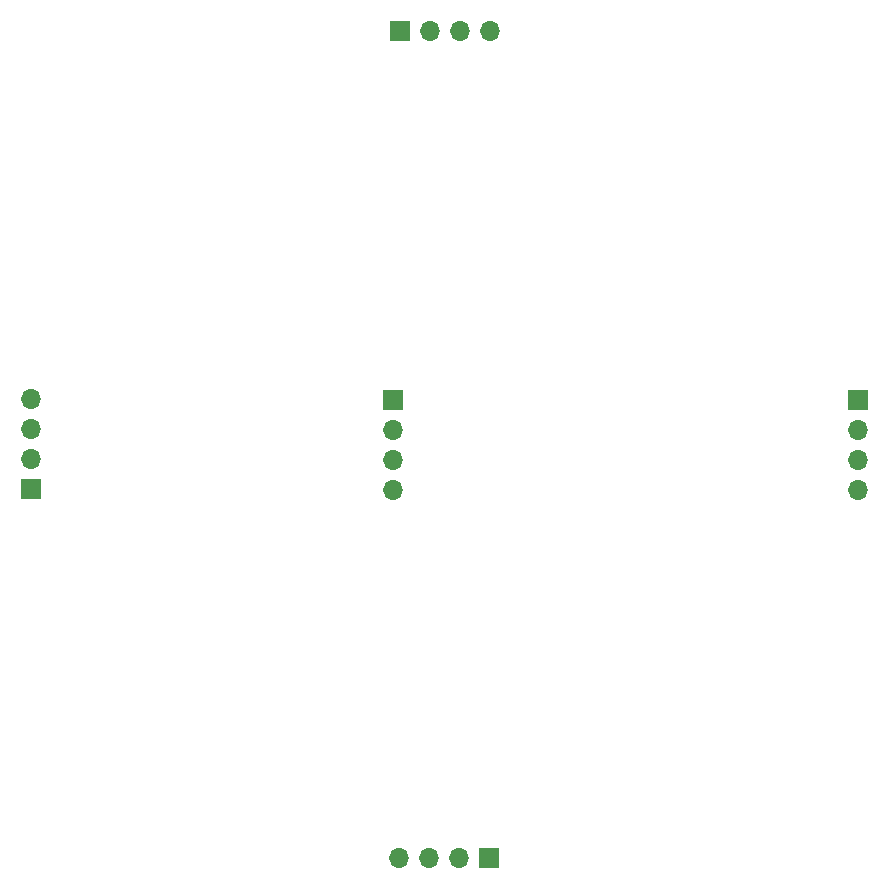
<source format=gbr>
%TF.GenerationSoftware,KiCad,Pcbnew,(6.0.0)*%
%TF.CreationDate,2022-11-17T23:24:08+01:00*%
%TF.ProjectId,Mora,4d6f7261-2e6b-4696-9361-645f70636258,rev?*%
%TF.SameCoordinates,Original*%
%TF.FileFunction,Soldermask,Bot*%
%TF.FilePolarity,Negative*%
%FSLAX46Y46*%
G04 Gerber Fmt 4.6, Leading zero omitted, Abs format (unit mm)*
G04 Created by KiCad (PCBNEW (6.0.0)) date 2022-11-17 23:24:08*
%MOMM*%
%LPD*%
G01*
G04 APERTURE LIST*
%ADD10R,1.700000X1.700000*%
%ADD11O,1.700000X1.700000*%
G04 APERTURE END LIST*
D10*
%TO.C,M5*%
X134199999Y-43000000D03*
D11*
X136739999Y-43000000D03*
X139279999Y-43000000D03*
X141819999Y-43000000D03*
%TD*%
D10*
%TO.C,M4*%
X102999999Y-81800000D03*
D11*
X102999999Y-79260000D03*
X102999999Y-76720000D03*
X102999999Y-74180000D03*
%TD*%
%TO.C,M3*%
X134179999Y-113000000D03*
X136719999Y-113000000D03*
X139259999Y-113000000D03*
D10*
X141799999Y-113000000D03*
%TD*%
D11*
%TO.C,M2*%
X172999999Y-81820000D03*
X172999999Y-79280000D03*
X172999999Y-76740000D03*
D10*
X172999999Y-74200000D03*
%TD*%
D11*
%TO.C,M1*%
X133624999Y-81820000D03*
X133624999Y-79280000D03*
X133624999Y-76740000D03*
D10*
X133624999Y-74200000D03*
%TD*%
M02*

</source>
